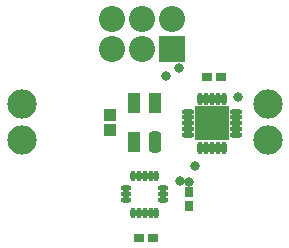
<source format=gbs>
G04 Layer_Color=8150272*
%FSLAX24Y24*%
%MOIN*%
G70*
G01*
G75*
%ADD29C,0.0867*%
%ADD30R,0.0867X0.0867*%
%ADD31C,0.0980*%
%ADD32C,0.0316*%
%ADD33C,0.0277*%
%ADD34R,0.0319X0.0279*%
%ADD35R,0.0415X0.0710*%
G04:AMPARAMS|DCode=36|XSize=71mil|YSize=41.5mil|CornerRadius=12.4mil|HoleSize=0mil|Usage=FLASHONLY|Rotation=90.000|XOffset=0mil|YOffset=0mil|HoleType=Round|Shape=RoundedRectangle|*
%AMROUNDEDRECTD36*
21,1,0.0710,0.0167,0,0,90.0*
21,1,0.0463,0.0415,0,0,90.0*
1,1,0.0247,0.0084,0.0231*
1,1,0.0247,0.0084,-0.0231*
1,1,0.0247,-0.0084,-0.0231*
1,1,0.0247,-0.0084,0.0231*
%
%ADD36ROUNDEDRECTD36*%
%ADD37O,0.0356X0.0178*%
%ADD38O,0.0178X0.0356*%
%ADD39R,0.0279X0.0319*%
%ADD40R,0.0434X0.0395*%
%ADD41R,0.1143X0.1143*%
%ADD42O,0.0178X0.0434*%
%ADD43O,0.0434X0.0178*%
D29*
X24543Y27075D02*
D03*
X23543Y26075D02*
D03*
Y27075D02*
D03*
X22543D02*
D03*
Y26075D02*
D03*
D30*
X24543D02*
D03*
D31*
X19522Y24222D02*
D03*
Y23022D02*
D03*
X27722D02*
D03*
Y24222D02*
D03*
D32*
X24345Y25148D02*
D03*
X24790Y21670D02*
D03*
X25118Y21630D02*
D03*
X26730Y24470D02*
D03*
X25310Y22150D02*
D03*
X24781Y25435D02*
D03*
D33*
X25650Y23366D02*
D03*
X26083D02*
D03*
X25650Y23799D02*
D03*
X26083D02*
D03*
D34*
X25705Y25118D02*
D03*
X26185D02*
D03*
X23421Y19764D02*
D03*
X23901D02*
D03*
D35*
X23967Y24272D02*
D03*
X23278D02*
D03*
Y22972D02*
D03*
D36*
X23967D02*
D03*
D37*
X24232Y21024D02*
D03*
Y21220D02*
D03*
Y21417D02*
D03*
X23012D02*
D03*
Y21220D02*
D03*
Y21024D02*
D03*
D38*
X24016Y21831D02*
D03*
X23819D02*
D03*
X23622D02*
D03*
X23425D02*
D03*
X23228D02*
D03*
Y20610D02*
D03*
X23425D02*
D03*
X23622D02*
D03*
X23819D02*
D03*
X24016D02*
D03*
D39*
X25118Y21303D02*
D03*
Y20823D02*
D03*
D40*
X22480Y23376D02*
D03*
Y23868D02*
D03*
D41*
X25866Y23583D02*
D03*
D42*
X26260Y24390D02*
D03*
X26063D02*
D03*
X25866D02*
D03*
X25669D02*
D03*
X25472D02*
D03*
Y22776D02*
D03*
X25669D02*
D03*
X25866D02*
D03*
X26063D02*
D03*
X26260D02*
D03*
D43*
X25059Y23976D02*
D03*
Y23780D02*
D03*
Y23583D02*
D03*
Y23386D02*
D03*
Y23189D02*
D03*
X26673D02*
D03*
Y23386D02*
D03*
Y23583D02*
D03*
Y23780D02*
D03*
Y23976D02*
D03*
M02*

</source>
